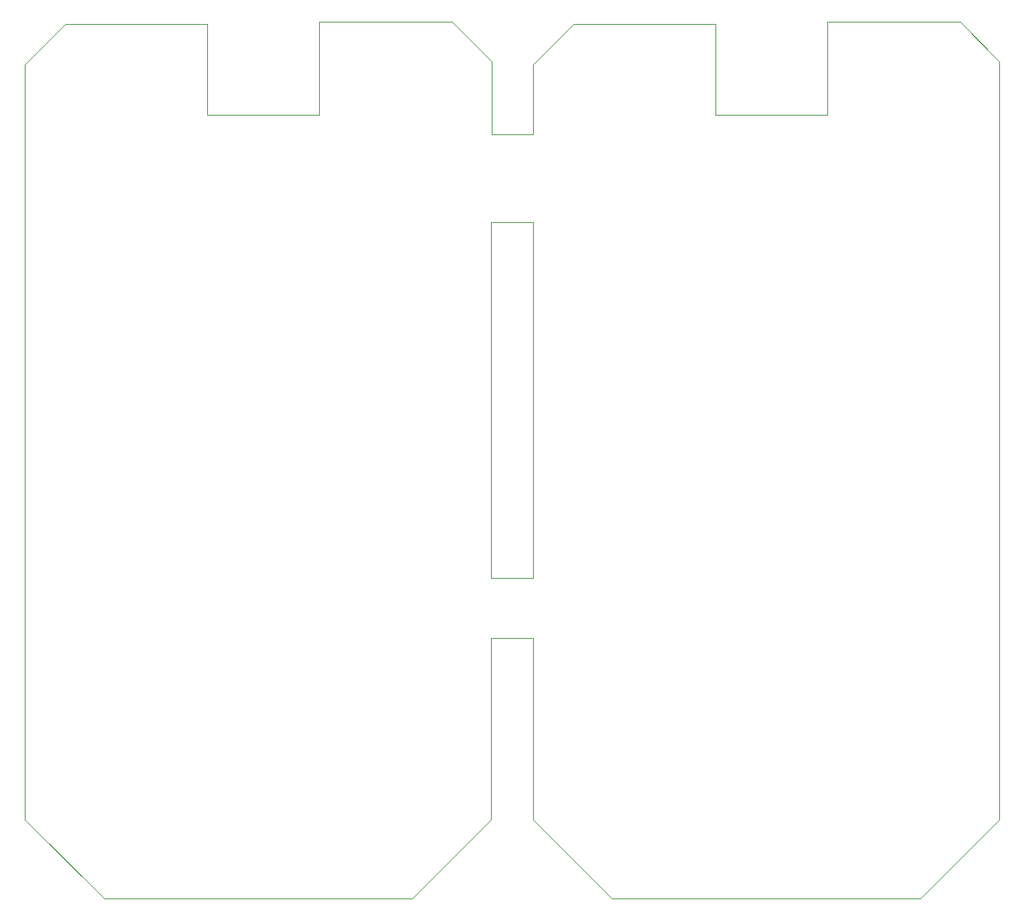
<source format=gbr>
%TF.GenerationSoftware,KiCad,Pcbnew,6.0.0-d3dd2cf0fa~116~ubuntu20.04.1*%
%TF.CreationDate,2022-01-02T14:57:48+00:00*%
%TF.ProjectId,combined,636f6d62-696e-4656-942e-6b696361645f,rev?*%
%TF.SameCoordinates,Original*%
%TF.FileFunction,Profile,NP*%
%FSLAX46Y46*%
G04 Gerber Fmt 4.6, Leading zero omitted, Abs format (unit mm)*
G04 Created by KiCad (PCBNEW 6.0.0-d3dd2cf0fa~116~ubuntu20.04.1) date 2022-01-02 14:57:48*
%MOMM*%
%LPD*%
G01*
G04 APERTURE LIST*
%TA.AperFunction,Profile*%
%ADD10C,0.050000*%
%TD*%
%TA.AperFunction,Profile*%
%ADD11C,0.100000*%
%TD*%
G04 APERTURE END LIST*
D10*
X96138200Y-138380800D02*
X96139000Y-117881400D01*
X100838000Y-117881400D02*
X100837200Y-138330000D01*
X100838000Y-70967600D02*
X100838000Y-111074200D01*
X96139000Y-111074200D02*
X96139000Y-70967600D01*
X100812600Y-61087000D02*
X100837200Y-53189200D01*
X96163600Y-52859000D02*
X96189800Y-61087000D01*
X96139000Y-117881400D02*
X100838000Y-117881400D01*
X96139000Y-111074200D02*
X100838000Y-111074200D01*
X96139000Y-70967600D02*
X100838000Y-70967600D01*
X96189800Y-61087000D02*
X100812600Y-61087000D01*
D11*
X76707200Y-48388600D02*
X91693200Y-48388600D01*
X64083400Y-58828000D02*
X76707200Y-58828000D01*
X43534800Y-53189200D02*
X48132200Y-48591800D01*
X91693200Y-48388600D02*
X96163600Y-52859000D01*
X87197400Y-147270800D02*
X52475600Y-147270800D01*
X48132200Y-48591800D02*
X64083400Y-48591800D01*
X64083400Y-48591800D02*
X64083400Y-58828000D01*
X43534800Y-138330000D02*
X43534800Y-53189200D01*
X52475600Y-147270800D02*
X43534800Y-138330000D01*
X76707200Y-58828000D02*
X76707200Y-48388600D01*
X96138200Y-138380800D02*
X87197400Y-147270800D01*
X134009600Y-48388600D02*
X148995600Y-48388600D01*
X121385800Y-58828000D02*
X134009600Y-58828000D01*
X100837200Y-53189200D02*
X105434600Y-48591800D01*
X148995600Y-48388600D02*
X153466000Y-52859000D01*
X153466000Y-52859000D02*
X153440600Y-138380800D01*
X144499800Y-147270800D02*
X109778000Y-147270800D01*
X105434600Y-48591800D02*
X121385800Y-48591800D01*
X121385800Y-48591800D02*
X121385800Y-58828000D01*
X109778000Y-147270800D02*
X100837200Y-138330000D01*
X134009600Y-58828000D02*
X134009600Y-48388600D01*
X153440600Y-138380800D02*
X144499800Y-147270800D01*
M02*

</source>
